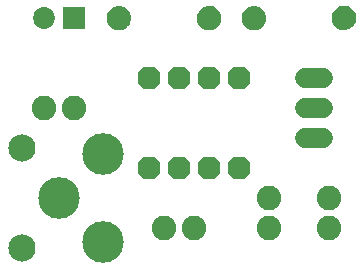
<source format=gbs>
G75*
%MOIN*%
%OFA0B0*%
%FSLAX25Y25*%
%IPPOS*%
%LPD*%
%AMOC8*
5,1,8,0,0,1.08239X$1,22.5*
%
%ADD10C,0.13855*%
%ADD11C,0.09068*%
%ADD12C,0.07300*%
%ADD13R,0.07300X0.07300*%
%ADD14OC8,0.07600*%
%ADD15C,0.08200*%
%ADD16C,0.06800*%
%ADD17C,0.00500*%
D10*
X0054156Y0027200D03*
X0068723Y0012633D03*
X0068723Y0041767D03*
D11*
X0041951Y0010468D03*
X0041951Y0043932D03*
D12*
X0049156Y0087200D03*
D13*
X0059156Y0087200D03*
D14*
X0084156Y0067200D03*
X0094156Y0067200D03*
X0104156Y0067200D03*
X0114156Y0067200D03*
X0114156Y0037200D03*
X0104156Y0037200D03*
X0094156Y0037200D03*
X0084156Y0037200D03*
D15*
X0089156Y0017200D03*
X0099156Y0017200D03*
X0124156Y0017200D03*
X0124156Y0027200D03*
X0144156Y0027200D03*
X0144156Y0017200D03*
X0059156Y0057200D03*
X0049156Y0057200D03*
D16*
X0136156Y0057200D02*
X0142156Y0057200D01*
X0142156Y0047200D02*
X0136156Y0047200D01*
X0136156Y0067200D02*
X0142156Y0067200D01*
D17*
X0148551Y0083528D02*
X0149196Y0083480D01*
X0149916Y0083543D01*
X0150611Y0083745D01*
X0151253Y0084079D01*
X0151817Y0084532D01*
X0152282Y0085086D01*
X0152630Y0085721D01*
X0152847Y0086411D01*
X0152926Y0087130D01*
X0152878Y0087790D01*
X0152716Y0088431D01*
X0152445Y0089035D01*
X0152073Y0089582D01*
X0151612Y0090057D01*
X0151076Y0090444D01*
X0150481Y0090733D01*
X0149844Y0090913D01*
X0149186Y0090980D01*
X0148528Y0090915D01*
X0147891Y0090736D01*
X0147294Y0090449D01*
X0146757Y0090063D01*
X0146295Y0089590D01*
X0145922Y0089044D01*
X0145649Y0088441D01*
X0145486Y0087800D01*
X0145436Y0087140D01*
X0145501Y0086497D01*
X0145677Y0085874D01*
X0145958Y0085292D01*
X0146336Y0084767D01*
X0146799Y0084316D01*
X0147334Y0083952D01*
X0147924Y0083687D01*
X0148551Y0083528D01*
X0147329Y0083956D02*
X0151016Y0083956D01*
X0151720Y0084454D02*
X0146657Y0084454D01*
X0146202Y0084953D02*
X0152170Y0084953D01*
X0152482Y0085451D02*
X0145881Y0085451D01*
X0145656Y0085950D02*
X0152702Y0085950D01*
X0152851Y0086448D02*
X0145515Y0086448D01*
X0145456Y0086947D02*
X0152906Y0086947D01*
X0152903Y0087445D02*
X0145459Y0087445D01*
X0145523Y0087944D02*
X0152839Y0087944D01*
X0152711Y0088442D02*
X0145650Y0088442D01*
X0145875Y0088941D02*
X0152487Y0088941D01*
X0152170Y0089439D02*
X0146192Y0089439D01*
X0146634Y0089938D02*
X0151728Y0089938D01*
X0151087Y0090437D02*
X0147276Y0090437D01*
X0148730Y0090935D02*
X0149629Y0090935D01*
X0122848Y0087760D02*
X0122896Y0087100D01*
X0122817Y0086381D01*
X0122600Y0085691D01*
X0122252Y0085056D01*
X0121787Y0084502D01*
X0121223Y0084049D01*
X0120581Y0083715D01*
X0119886Y0083513D01*
X0119166Y0083450D01*
X0118521Y0083498D01*
X0117894Y0083657D01*
X0117304Y0083922D01*
X0116770Y0084286D01*
X0116306Y0084737D01*
X0115928Y0085262D01*
X0115647Y0085844D01*
X0115471Y0086467D01*
X0115406Y0087110D01*
X0115456Y0087770D01*
X0115620Y0088411D01*
X0115892Y0089014D01*
X0116265Y0089560D01*
X0116727Y0090034D01*
X0117264Y0090419D01*
X0117861Y0090706D01*
X0118498Y0090885D01*
X0119156Y0090950D01*
X0119814Y0090883D01*
X0120451Y0090703D01*
X0121046Y0090414D01*
X0121583Y0090027D01*
X0122044Y0089552D01*
X0122415Y0089005D01*
X0122686Y0088401D01*
X0122848Y0087760D01*
X0122802Y0087944D02*
X0115500Y0087944D01*
X0115432Y0087445D02*
X0122871Y0087445D01*
X0122879Y0086947D02*
X0115423Y0086947D01*
X0115476Y0086448D02*
X0122825Y0086448D01*
X0122682Y0085950D02*
X0115617Y0085950D01*
X0115837Y0085451D02*
X0122469Y0085451D01*
X0122165Y0084953D02*
X0116151Y0084953D01*
X0116597Y0084454D02*
X0121727Y0084454D01*
X0121043Y0083956D02*
X0117255Y0083956D01*
X0119067Y0083457D02*
X0119250Y0083457D01*
X0122668Y0088442D02*
X0115634Y0088442D01*
X0115859Y0088941D02*
X0122444Y0088941D01*
X0122120Y0089439D02*
X0116182Y0089439D01*
X0116634Y0089938D02*
X0121669Y0089938D01*
X0121000Y0090437D02*
X0117300Y0090437D01*
X0119001Y0090935D02*
X0119306Y0090935D01*
X0107841Y0087933D02*
X0107906Y0087290D01*
X0107856Y0086630D01*
X0107692Y0085989D01*
X0107420Y0085386D01*
X0107047Y0084840D01*
X0106585Y0084366D01*
X0106047Y0083981D01*
X0105451Y0083694D01*
X0104814Y0083515D01*
X0104156Y0083450D01*
X0103498Y0083517D01*
X0102861Y0083697D01*
X0102266Y0083986D01*
X0101729Y0084373D01*
X0101268Y0084848D01*
X0100897Y0085395D01*
X0100626Y0085999D01*
X0100464Y0086640D01*
X0100416Y0087300D01*
X0100494Y0088019D01*
X0100712Y0088709D01*
X0101060Y0089344D01*
X0101525Y0089898D01*
X0102089Y0090351D01*
X0102731Y0090685D01*
X0103425Y0090887D01*
X0104146Y0090950D01*
X0104791Y0090902D01*
X0105418Y0090743D01*
X0106008Y0090478D01*
X0106542Y0090114D01*
X0107006Y0089663D01*
X0107384Y0089138D01*
X0107665Y0088556D01*
X0107841Y0087933D01*
X0107837Y0087944D02*
X0100486Y0087944D01*
X0100432Y0087445D02*
X0107890Y0087445D01*
X0107880Y0086947D02*
X0100441Y0086947D01*
X0100512Y0086448D02*
X0107809Y0086448D01*
X0107675Y0085950D02*
X0100648Y0085950D01*
X0100871Y0085451D02*
X0107449Y0085451D01*
X0107124Y0084953D02*
X0101197Y0084953D01*
X0101650Y0084454D02*
X0106671Y0084454D01*
X0105996Y0083956D02*
X0102327Y0083956D01*
X0104080Y0083457D02*
X0104234Y0083457D01*
X0107697Y0088442D02*
X0100628Y0088442D01*
X0100839Y0088941D02*
X0107479Y0088941D01*
X0107167Y0089439D02*
X0101140Y0089439D01*
X0101575Y0089938D02*
X0106723Y0089938D01*
X0106068Y0090437D02*
X0102254Y0090437D01*
X0103974Y0090935D02*
X0104348Y0090935D01*
X0077811Y0087903D02*
X0077876Y0087260D01*
X0077826Y0086600D01*
X0077662Y0085959D01*
X0077390Y0085356D01*
X0077017Y0084810D01*
X0076555Y0084337D01*
X0076017Y0083951D01*
X0075421Y0083664D01*
X0074784Y0083485D01*
X0074126Y0083420D01*
X0073468Y0083487D01*
X0072831Y0083667D01*
X0072236Y0083956D01*
X0071699Y0084343D01*
X0071238Y0084818D01*
X0070867Y0085365D01*
X0070596Y0085969D01*
X0070434Y0086610D01*
X0070386Y0087270D01*
X0070464Y0087989D01*
X0070682Y0088679D01*
X0071030Y0089314D01*
X0071495Y0089868D01*
X0072059Y0090321D01*
X0072701Y0090655D01*
X0073395Y0090857D01*
X0074116Y0090920D01*
X0074761Y0090872D01*
X0075388Y0090713D01*
X0075978Y0090448D01*
X0076512Y0090084D01*
X0076976Y0089633D01*
X0077354Y0089108D01*
X0077635Y0088526D01*
X0077811Y0087903D01*
X0077799Y0087944D02*
X0070459Y0087944D01*
X0070405Y0087445D02*
X0077857Y0087445D01*
X0077852Y0086947D02*
X0070409Y0086947D01*
X0070475Y0086448D02*
X0077787Y0086448D01*
X0077658Y0085950D02*
X0070604Y0085950D01*
X0070828Y0085451D02*
X0077433Y0085451D01*
X0077115Y0084953D02*
X0071147Y0084953D01*
X0071591Y0084454D02*
X0076670Y0084454D01*
X0076025Y0083956D02*
X0072236Y0083956D01*
X0073757Y0083457D02*
X0074505Y0083457D01*
X0077658Y0088442D02*
X0070607Y0088442D01*
X0070825Y0088941D02*
X0077434Y0088941D01*
X0077115Y0089439D02*
X0071135Y0089439D01*
X0071582Y0089938D02*
X0076662Y0089938D01*
X0075994Y0090437D02*
X0072281Y0090437D01*
M02*

</source>
